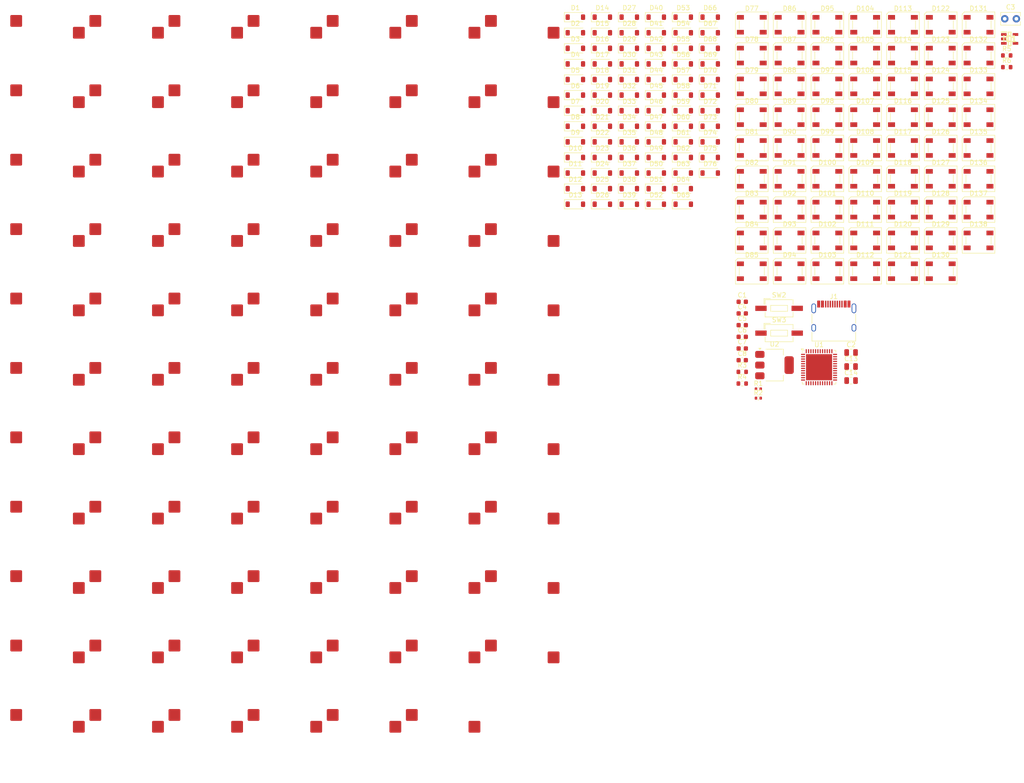
<source format=kicad_pcb>
(kicad_pcb (version 20241229) (generator "pcbnew") (generator_version "9.0")
  (layers (0 "F.Cu" signal) (2 "B.Cu" signal) (13 "F.Paste" user) (15 "B.Paste" user) (5 "F.SilkS" user "F.Silkscreen") (7 "B.SilkS" user "B.Silkscreen") (1 "F.Mask" user) (3 "B.Mask" user) (25 "Edge.Cuts" user))
  (net 0 "")
  (net 1 "GND")
  (net 2 "Net-(U1-NRST)")
  (net 3 "Net-(U1-VCAP1)")
  (net 4 "VBUS")
  (net 5 "Net-(U1-VBAT)")
  (net 6 "+3V3")
  (net 7 "Net-(C5-Pad1)")
  (net 8 "Net-(C6-Pad1)")
  (net 9 "Net-(C7-Pad1)")
  (net 10 "Net-(U1-VDDA)")
  (net 11 "ROW0")
  (net 12 "Net-(D1-A)")
  (net 13 "ROW1")
  (net 14 "Net-(D2-A)")
  (net 15 "ROW2")
  (net 16 "Net-(D3-A)")
  (net 17 "ROW3")
  (net 18 "Net-(D4-A)")
  (net 19 "ROW4")
  (net 20 "Net-(D5-A)")
  (net 21 "ROW5")
  (net 22 "Net-(D6-A)")
  (net 23 "Net-(D7-A)")
  (net 24 "Net-(D8-A)")
  (net 25 "Net-(D9-A)")
  (net 26 "Net-(D10-A)")
  (net 27 "Net-(D11-A)")
  (net 28 "Net-(D12-A)")
  (net 29 "Net-(D13-A)")
  (net 30 "Net-(D14-A)")
  (net 31 "Net-(D15-A)")
  (net 32 "Net-(D16-A)")
  (net 33 "Net-(D17-A)")
  (net 34 "Net-(D18-A)")
  (net 35 "Net-(D19-A)")
  (net 36 "Net-(D20-A)")
  (net 37 "Net-(D21-A)")
  (net 38 "Net-(D22-A)")
  (net 39 "Net-(D23-A)")
  (net 40 "Net-(D24-A)")
  (net 41 "Net-(D25-A)")
  (net 42 "Net-(D26-A)")
  (net 43 "Net-(D27-A)")
  (net 44 "Net-(D28-A)")
  (net 45 "Net-(D29-A)")
  (net 46 "Net-(D30-A)")
  (net 47 "Net-(D31-A)")
  (net 48 "Net-(D32-A)")
  (net 49 "Net-(D33-A)")
  (net 50 "Net-(D34-A)")
  (net 51 "Net-(D35-A)")
  (net 52 "Net-(D36-A)")
  (net 53 "Net-(D37-A)")
  (net 54 "Net-(D38-A)")
  (net 55 "Net-(D39-A)")
  (net 56 "Net-(D40-A)")
  (net 57 "Net-(D41-A)")
  (net 58 "Net-(D42-A)")
  (net 59 "Net-(D43-A)")
  (net 60 "Net-(D44-A)")
  (net 61 "Net-(D45-A)")
  (net 62 "Net-(D46-A)")
  (net 63 "Net-(D47-A)")
  (net 64 "Net-(D48-A)")
  (net 65 "Net-(D49-A)")
  (net 66 "Net-(D50-A)")
  (net 67 "Net-(D51-A)")
  (net 68 "Net-(D52-A)")
  (net 69 "Net-(D53-A)")
  (net 70 "Net-(D54-A)")
  (net 71 "Net-(D55-A)")
  (net 72 "Net-(D56-A)")
  (net 73 "Net-(D57-A)")
  (net 74 "Net-(D58-A)")
  (net 75 "Net-(D59-A)")
  (net 76 "Net-(D60-A)")
  (net 77 "Net-(D61-A)")
  (net 78 "Net-(D62-A)")
  (net 79 "Net-(D63-A)")
  (net 80 "Net-(D64-A)")
  (net 81 "Net-(D65-A)")
  (net 82 "Net-(D66-A)")
  (net 83 "Net-(D67-A)")
  (net 84 "Net-(D68-A)")
  (net 85 "Net-(D69-A)")
  (net 86 "Net-(D70-A)")
  (net 87 "Net-(D71-A)")
  (net 88 "Net-(D72-A)")
  (net 89 "Net-(D73-A)")
  (net 90 "Net-(D74-A)")
  (net 91 "Net-(D75-A)")
  (net 92 "Net-(D76-A)")
  (net 93 "Net-(D77-DOUT)")
  (net 94 "Net-(D77-DIN)")
  (net 95 "Net-(D78-DIN)")
  (net 96 "Net-(D78-DOUT)")
  (net 97 "Net-(D79-DOUT)")
  (net 98 "Net-(D80-DIN)")
  (net 99 "Net-(D80-DOUT)")
  (net 100 "Net-(D81-DOUT)")
  (net 101 "Net-(D82-DOUT)")
  (net 102 "Net-(D82-DIN)")
  (net 103 "Net-(D83-DOUT)")
  (net 104 "Net-(D84-DOUT)")
  (net 105 "Net-(D85-DIN)")
  (net 106 "Net-(D86-DOUT)")
  (net 107 "Net-(D87-DIN)")
  (net 108 "Net-(D88-DOUT)")
  (net 109 "Net-(D89-DIN)")
  (net 111 "Net-(D91-DOUT)")
  (net 112 "Net-(D92-DIN)")
  (net 113 "Net-(D93-DOUT)")
  (net 114 "Net-(D100-DOUT)")
  (net 115 "Net-(D101-DIN)")
  (net 116 "Net-(D102-DOUT)")
  (net 117 "Net-(D103-DIN)")
  (net 118 "Net-(D104-DOUT)")
  (net 119 "Net-(D105-DIN)")
  (net 120 "Net-(D100-DIN)")
  (net 121 "Net-(D101-DOUT)")
  (net 122 "Net-(D102-DIN)")
  (net 123 "Net-(D103-DOUT)")
  (net 124 "Net-(D104-DIN)")
  (net 125 "Net-(D105-DOUT)")
  (net 126 "Net-(D106-DIN)")
  (net 127 "Net-(D107-DOUT)")
  (net 128 "Net-(D108-DIN)")
  (net 129 "Net-(D109-DOUT)")
  (net 130 "Net-(D110-DIN)")
  (net 131 "Net-(D111-DOUT)")
  (net 132 "Net-(D112-DIN)")
  (net 133 "Net-(D113-DOUT)")
  (net 134 "Net-(D114-DIN)")
  (net 135 "Net-(D115-DOUT)")
  (net 136 "Net-(D116-DIN)")
  (net 137 "Net-(D117-DOUT)")
  (net 138 "Net-(D118-DIN)")
  (net 139 "Net-(D119-DOUT)")
  (net 140 "Net-(D120-DIN)")
  (net 141 "Net-(D121-DOUT)")
  (net 142 "Net-(D122-DIN)")
  (net 143 "Net-(D123-DOUT)")
  (net 144 "Net-(D124-DIN)")
  (net 145 "Net-(D125-DOUT)")
  (net 146 "Net-(D126-DIN)")
  (net 147 "Net-(D127-DOUT)")
  (net 148 "Net-(D128-DIN)")
  (net 149 "Net-(D129-DOUT)")
  (net 150 "Net-(D130-DIN)")
  (net 151 "Net-(D131-DOUT)")
  (net 152 "Net-(D132-DIN)")
  (net 153 "Net-(D133-DOUT)")
  (net 154 "Net-(D135-DOUT)")
  (net 155 "Net-(D137-DOUT)")
  (net 156 "Net-(IC1-A)")
  (net 157 "Net-(IC1-Y)")
  (net 158 "Net-(J1-CC2)")
  (net 159 "USB_D-")
  (net 160 "Net-(J1-CC1)")
  (net 161 "USB_D+")
  (net 162 "Net-(U1-BOOT0)")
  (net 163 "PA0")
  (net 164 "COL0")
  (net 165 "COL1")
  (net 166 "COL2")
  (net 167 "COL3")
  (net 168 "COL4")
  (net 169 "COL5")
  (net 170 "COL6")
  (net 171 "COL7")
  (net 172 "COL8")
  (net 173 "COL9")
  (net 174 "COL10")
  (net 175 "COL11")
  (net 176 "COL12")
  (net 177 "COL13")
  (footprint "Diode_SMD:D_SOD-123" (layer "F.Cu") (at 143.686 24.98)
    (property "Reference" "D4")
    (property "Value" "D")
  )
  (footprint "Diode_SMD:D_SOD-123" (layer "F.Cu") (at 166.866 45.08)
    (property "Reference" "D62")
    (property "Value" "D")
  )
  (footprint "JonasLib-Git:MX100H" (layer "F.Cu") (at 131.634 80.4725)
    (property "Reference" "SW73")
    (property "Value" "SW_Push")
  )
  (footprint "Diode_SMD:D_SOD-123" (layer "F.Cu") (at 143.686 48.43)
    (property "Reference" "D11")
    (property "Value" "D")
  )
  (footprint "Diode_SMD:D_SOD-123" (layer "F.Cu") (at 172.661 24.98)
    (property "Reference" "D69")
    (property "Value" "D")
  )
  (footprint "JonasLib-Git:MX100H" (layer "F.Cu") (at 131.634 95.386)
    (property "Reference" "SW74")
    (property "Value" "SW_Push")
  )
  (footprint "Diode_SMD:D_SOD-123" (layer "F.Cu") (at 172.661 18.28)
    (property "Reference" "D67")
    (property "Value" "D")
  )
  (footprint "JonasLib-Git:MX100H" (layer "F.Cu") (at 46.624 169.9535)
    (property "Reference" "SW24")
    (property "Value" "SW_Push")
  )
  (footprint "JonasLib-Git:MX100H" (layer "F.Cu") (at 63.626 20.8185)
    (property "Reference" "SW25")
    (property "Value" "SW_Push")
  )
  (footprint "Diode_SMD:D_SOD-123" (layer "F.Cu") (at 143.686 21.63)
    (property "Reference" "D3")
    (property "Value" "D")
  )
  (footprint "JonasLib-Git:MX100H" (layer "F.Cu") (at 29.622 140.1265)
    (property "Reference" "SW11")
    (property "Value" "SW_Push")
  )
  (footprint "Package_TO_SOT_SMD:SOT-223-3_TabPin2" (layer "F.Cu") (at 186.471 89.695)
    (property "Reference" "U2")
    (property "Value" "NCP1117-3.3_SOT223")
  )
  (footprint "LED_SMD:LED_SK6812_PLCC4_5.0x5.0mm_P3.2mm" (layer "F.Cu") (at 181.596 69.525)
    (property "Reference" "D85")
    (property "Value" "SK6812")
  )
  (footprint "LED_SMD:LED_SK6812_PLCC4_5.0x5.0mm_P3.2mm" (layer "F.Cu") (at 214.076 56.285)
    (property "Reference" "D119")
    (property "Value" "SK6812")
  )
  (footprint "JonasLib-Git:MX100H" (layer "F.Cu") (at 131.634 35.732)
    (property "Reference" "SW70")
    (property "Value" "SW_Push")
  )
  (footprint "LED_SMD:LED_SK6812_PLCC4_5.0x5.0mm_P3.2mm" (layer "F.Cu") (at 197.836 23.185)
    (property "Reference" "D96")
    (property "Value" "SK6812")
  )
  (footprint "LED_SMD:LED_SK6812_PLCC4_5.0x5.0mm_P3.2mm" (layer "F.Cu") (at 205.956 49.665)
    (property "Reference" "D109")
    (property "Value" "SK6812")
  )
  (footprint "Resistor_SMD:R_0603_1608Metric" (layer "F.Cu") (at 179.541 91.15)
    (property "Reference" "R3")
    (property "Value" "10k")
  )
  (footprint "JonasLib-Git:MX100H" (layer "F.Cu") (at 97.63 140.1265)
    (property "Reference" "SW55")
    (property "Value" "SW_Push")
  )
  (footprint "Diode_SMD:D_SOD-123" (layer "F.Cu") (at 172.661 31.68)
    (property "Reference" "D71")
    (property "Value" "D")
  )
  (footprint "Capacitor_SMD:C_0603_1608Metric" (layer "F.Cu") (at 179.541 88.64)
    (property "Reference" "C8")
    (property "Value" "100nF")
  )
  (footprint "JonasLib-Git:MX100H" (layer "F.Cu") (at 131.634 125.213)
    (property "Reference" "SW76")
    (property "Value" "SW_Push")
  )
  (footprint "Diode_SMD:D_SOD-123" (layer "F.Cu") (at 161.071 35.03)
    (property "Reference" "D46")
    (property "Value" "D")
  )
  (footprint "JonasLib-Git:MX100H" (layer "F.Cu") (at 131.634 50.6455)
    (property "Reference" "SW71")
    (property "Value" "SW_Push")
  )
  (footprint "JonasLib-Git:MX100H" (layer "F.Cu") (at 114.632 169.9535)
    (property "Reference" "SW68")
    (property "Value" "SW_Push")
  )
  (footprint "Diode_SMD:D_SOD-123" (layer "F.Cu") (at 143.686 45.08)
    (property "Reference" "D10")
    (property "Value" "D")
  )
  (footprint "JonasLib-Git:MX100H" (layer "F.Cu") (at 80.628 35.732)
    (property "Reference" "SW37")
    (property "Value" "SW_Push")
  )
  (footprint "JonasLib-Git:MX100H" (layer "F.Cu") (at 29.622 110.2995)
    (property "Reference" "SW9")
    (property "Value" "SW_Push")
  )
  (footprint "LED_SMD:LED_SK6812_PLCC4_5.0x5.0mm_P3.2mm" (layer "F.Cu") (at 197.836 56.285)
    (property "Reference" "D101")
    (property "Value" "SK6812")
  )
  (footprint "LED_SMD:LED_SK6812_PLCC4_5.0x5.0mm_P3.2mm" (layer "F.Cu") (at 181.596 23.185)
    (property "Reference" "D78")
    (property "Value" "SK6812")
  )
  (footprint "JonasLib-Git:MX100H" (layer "F.Cu") (at 29.622 35.732)
    (property "Reference" "SW4")
    (property "Value" "SW_Push")
  )
  (footprint "JonasLib-Git:MX100H" (layer "F.Cu") (at 46.624 50.6455)
    (property "Reference" "SW16")
    (property "Value" "SW_Push")
  )
  (footprint "LED_SMD:LED_SK6812_PLCC4_5.0x5.0mm_P3.2mm" (layer "F.Cu") (at 189.716 62.905)
    (property "Reference" "D93")
    (property "Value" "SK6812")
  )
  (footprint "Diode_SMD:D_SOD-123" (layer "F.Cu") (at 155.276 55.13)
    (property "Reference" "D39")
    (property "Value" "D")
  )
  (footprint "Diode_SMD:D_SOD-123" (layer "F.Cu") (at 143.686 31.68)
    (property "Reference" "D6")
    (property "Value" "D")
  )
  (footprint "JonasLib-Git:MX100H" (layer "F.Cu") (at 63.626 95.386)
    (property "Reference" "SW30")
    (property "Value" "SW_Push")
  )
  (footprint "LED_SMD:LED_SK6812_PLCC4_5.0x5.0mm_P3.2mm" (layer "F.Cu") (at 181.596 16.565)
    (property "Reference" "D77")
    (property "Value" "SK6812")
  )
  (footprint "JonasLib-Git:MX100H" (layer "F.Cu") (at 114.632 140.1265)
    (property "Reference" "SW66")
    (property "Value" "SW_Push")
  )
  (footprint "Diode_SMD:D_SOD-123" (layer "F.Cu") (at 155.276 51.78)
    (property "Reference" "D38")
    (property "Value" "D")
  )
  (footprint "LED_SMD:LED_SK6812_PLCC4_5.0x5.0mm_P3.2mm" (layer "F.Cu") (at 189.716 49.665)
    (property "Reference" "D91")
    (property "Value" "SK6812")
  )
  (footprint "JonasLib-Git:MX100H" (layer "F.Cu") (at 46.624 65.559)
    (property "Reference" "SW17")
    (property "Value" "SW_Push")
  )
  (footprint "Diode_SMD:D_SOD-123" (layer "F.Cu") (at 155.276 45.08)
    (property "Reference" "D36")
    (property "Value" "D")
  )
  (footprint "LED_SMD:LED_SK6812_PLCC4_5.0x5.0mm_P3.2mm" (layer "F.Cu") (at 181.596 36.425)
    (property "Reference" "D80")
    (property "Value" "SK6812")
  )
  (footprint "Diode_SMD:D_SOD-123" (layer "F.Cu") (at 149.481 41.73)
    (property "Reference" "D22")
    (property "Value" "D")
  )
  (footprint "Diode_SMD:D_SOD-123" (layer "F.Cu") (at 166.866 38.38)
    (property "Reference" "D60")
    (property "Value" "D")
  )
  (footprint "Diode_SMD:D_SOD-123" (layer "F.Cu") (at 149.481 38.38)
    (property "Reference" "D21")
    (property "Value" "D")
  )
  (footprint "JonasLib-Git:MX100H" (layer "F.Cu") (at 97.63 50.6455)
    (property "Reference" "SW49")
    (property "Value" "SW_Push")
  )
  (footprint "LED_SMD:LED_SK6812_PLCC4_5.0x5.0mm_P3.2mm" (layer "F.Cu") (at 189.716 43.045)
    (property "Reference" "D90")
    (property "Value" "SK6812")
  )
  (footprint "LED_SMD:LED_SK6812_PLCC4_5.0x5.0mm_P3.2mm" (layer "F.Cu") (at 214.076 49.665)
    (property "Reference" "D118")
    (property "Value" "SK6812")
  )
  (footprint "Diode_SMD:D_SOD-123" (layer "F.Cu") (at 155.276 18.28)
    (property "Reference" "D28")
    (property "Value" "D")
  )
  (footprint "Diode_SMD:D_SOD-123" (layer "F.Cu") (at 155.276 14.93)
    (property "Reference" "D27")
    (property "Value" "D")
  )
  (footprint "LED_SMD:LED_SK6812_PLCC4_5.0x5.0mm_P3.2mm" (layer "F.Cu") (at 189.716 29.805)
    (property "Reference" "D88")
    (property "Value" "SK6812")
  )
  (footprint "Diode_SMD:D_SOD-123" (layer "F.Cu") (at 172.661 48.43)
    (property "Reference" "D76")
    (property "Value" "D")
  )
  (footprint "Diode_SMD:D_SOD-123" (layer "F.Cu") (at 166.866 14.93)
    (property "Reference" "D53")
    (property "Value" "D")
  )
  (footprint "LED_SMD:LED_SK6812_PLCC4_5.0x5.0mm_P3.2mm" (layer "F.Cu") (at 189.716 69.525)
    (property "Reference" "D94")
    (property "Value" "SK6812")
  )
  (footprint "Resistor_SMD:R_0603_1608Metric" (layer "F.Cu") (at 236.381 25.67)
    (property "Reference" "R6")
    (property "Value" "470")
  )
  (footprint "JonasLib-Git:MX100H" (layer "F.Cu") (at 97.63 80.4725)
    (property "Reference" "SW51")
    (property "Value" "SW_Push")
  )
  (footprint "Diode_SMD:D_SOD-123" (layer "F.Cu") (at 166.866 41.73)
    (property "Reference" "D61")
    (property "Value" "D")
  )
  (footprint "JonasLib-Git:MX100H" (layer "F.Cu") (at 80.628 155.04)
    (property "Reference" "SW45")
    (property "Value" "SW_Push")
  )
  (footprint "LED_SMD:LED_SK6812_PLCC4_5.0x5.0mm_P3.2mm" (layer "F.Cu") (at 205.956 62.905)
    (property "Reference" "D111")
    (property "Value" "SK6812")
  )
  (footprint "Diode_SMD:D_SOD-123" (layer "F.Cu") (at 172.661 35.03)
    (property "Reference" "D72")
    (property "Value" "D")
  )
  (footprint "JonasLib-Git:MX100H" (layer "F.Cu") (at 114.632 35.732)
    (property "Reference" "SW59")
    (property "Value" "SW_Push")
  )
  (footprint "JonasLib-Git:MX100H" (layer "F.Cu") (at 80.628 110.2995)
    (property "Reference" "SW42")
    (property "Value" "SW_Push")
  )
  (footprint "Package_DFN_QFN:QFN-48-1EP_7x7mm_P0.5mm_EP5.6x5.6mm" (layer "F.Cu") (at 196.051 90.15)
    (property "Reference" "U1")
    (property "Value" "STM32F411CCUx")
  )
  (footprint "JonasLib-Git:MX100H" (layer "F.Cu") (at 97.63 110.2995)
    (property "Reference" "SW53")
    (property "Value" "SW_Push")
  )
  (footprint "JonasLib-Git:MX100H" (layer "F.Cu") (at 114.632 155.04)
    (property "Reference" "SW67")
    (property "Value" "SW_Push")
  )
  (footprint "LED_SMD:LED_SK6812_PLCC4_5.0x5.0mm_P3.2mm" (layer "F.Cu") (at 181.596 62.905)
    (property "Reference" "D84")
    (property "Value" "SK6812")
  )
  (footprint "Diode_SMD:D_SOD-123" (layer "F.Cu") (at 161.071 51.78)
    (property "Reference" "D51")
    (property "Value" "D")
  )
  (footprint "Diode_SMD:D_SOD-123" (layer "F.Cu") (at 143.686 51.78)
    (property "Reference" "D12")
    (property "Value" "D")
  )
  (footprint "LED_SMD:LED_SK6812_PLCC4_5.0x5.0mm_P3.2mm" (layer "F.Cu") (at 214.076 29.805)
    (property "Reference" "D115")
    (property "Value" "SK6812")
  )
  (footprint "Diode_SMD:D_SOD-123" (layer "F.Cu") (at 166.866 18.28)
    (property "Reference" "D54")
    (property "Value" "D")
  )
  (footprint "Capacitor_SMD:C_0603_1608Metric" (layer "F.Cu") (at 179.541 83.62)
    (property "Reference" "C6")
    (property "Value" "100nF")
  )
  (footprint "LED_SMD:LED_SK6812_PLCC4_5.0x5.0mm_P3.2mm" (layer "F.Cu") (at 222.196 69.525)
    (property "Reference" "D130")
    (property "Value" "SK6812")
  )
  (footprint "LED_SMD:LED_SK6812_PLCC4_5.0x5.0mm_P3.2mm" (layer "F.Cu") (at 189.716 23.185)
    (property "Reference" "D87")
    (property "Value" "SK6812")
  )
  (footprint "LED_SMD:LED_SK6812_PLCC4_5.0x5.0mm_P3.2mm" (layer "F.Cu") (at 181.596 49.665)
    (property "Reference" "D82")
    (property "Value" "SK6812")
  )
  (footprint "JonasLib-Git:MX100H" (layer "F.Cu") (at 131.634 140.1265)
    (property "Reference" "SW77")
    (property "Value" "SW_Push")
  )
  (footprint "JonasLib-Git:MX100H" (layer "F.Cu") (at 46.624 155.04)
    (property "Reference" "SW23")
    (property "Value" "SW_Push")
  )
  (footprint "Diode_SMD:D_SOD-123" (layer "F.Cu") (at 149.481 31.68)
    (property "Reference" "D19")
    (property "Value" "D")
  )
  (footprint "JonasLib-Git:MX100H" (layer "F.Cu") (at 97.63 125.213)
    (property "Reference" "SW54")
    (property "Value" "SW_Push")
  )
  (footprint "Diode_SMD:D_SOD-123" (layer "F.Cu") (at 161.071 31.68)
    (property "Reference" "D45")
    (property "Value" "D")
  )
  (footprint "LED_SMD:LED_SK6812_PLCC4_5.0x5.0mm_P3.2mm" (layer "F.Cu") (at 230.316 56.285)
    (property "Reference" "D137")
    (property "Value" "SK6812")
  )
  (footprint "JonasLib-Git:MX100H" (layer "F.Cu") (at 29.622 80.4725)
    (property "Reference" "SW7")
    (property "Value" "SW_Push")
  )
  (footprint "Resistor_SMD:R_0603_1608Metric" (layer "F.Cu") (at 236.381 23.16)
    (property "Reference" "R5")
    (property "Value" "100")
  )
  (footprint "JonasLib-Git:MX100H" (layer "F.Cu") (at 46.624 35.732)
    (property "Reference" "SW15")
    (property "Value" "SW_Push")
  )
  (footprint "Diode_SMD:D_SOD-123" (layer "F.Cu") (at 149.481 51.78)
    (property "Reference" "D25")
    (property "Value" "D")
  )
  (footprint "JonasLib-Git:MX100H" (layer "F.Cu") (at 97.63 169.9535)
    (property "Reference" "SW57")
    (property "Value" "SW_Push")
  )
  (footprint "LED_SMD:LED_SK6812_PLCC4_5.0x5.0mm_P3.2mm" (layer "F.Cu") (at 181.596 29.805)
    (property "Reference" "D79")
    (property "Value" "SK6812")
  )
  (footprint "Diode_SMD:D_SOD-123" (layer "F.Cu") (at 172.661 41.73)
    (property "Reference" "D74")
    (property "Value" "D")
  )
  (footprint "JonasLib-Git:MX100H" (layer "F.Cu") (at 63.626 50.6455)
    (property "Reference" "SW27")
    (property "Value" "SW_Push")
  )
  (footprint "JonasLib-Git:MX100H" (layer "F.Cu") (at 131.634 110.2995)
    (property "Reference" "SW75")
    (property "Value" "SW_Push")
  )
  (footprint "Diode_SMD:D_SOD-123" (layer "F.Cu") (at 172.661 28.33)
    (property "Reference" "D70")
    (property "Value" "D")
  )
  (footprint "Diode_SMD:D_SOD-123" (layer "F.Cu") (at 143.686 41.73)
    (property "Reference" "D9")
    (property "Value" "D")
  )
  (footprint "JonasLib-Git:MX100H" (layer "F.Cu") (at 97.63 20.8185)
    (property "Reference" "SW47")
    (property "Value" "SW_Push")
  )
  (footprint "LED_SMD:LED_SK6812_PLCC4_5.0x5.0mm_P3.2mm" (layer "F.Cu") (at 222.196 43.045)
    (property "Reference" "D126")
    (property "Value" "SK6812")
  )
  (footprint "Diode_SMD:D_SOD-123" (layer "F.Cu") (at 166.866 35.03)
    (property "Reference" "D59")
    (property "Value" "D")
  )
  (footprint "LED_SMD:LED_SK6812_PLCC4_5.0x5.0mm_P3.2mm" (layer "F.Cu") (at 230.316 43.045)
    (property "Reference" "D135")
    (property "Value" "SK6812")
  )
  (footprint "LED_SMD:LED_SK6812_PLCC4_5.0x5.0mm_P3.2mm" (layer "F.Cu") (at 205.956 29.805)
    (property "Reference" "D106")
    (property "Value" "SK6812")
  )
  (footprint "LED_SMD:LED_SK6812_PLCC4_5.0x5.0mm_P3.2mm" (layer "F.Cu") (at 205.956 16.565)
    (property "Reference" "D104")
    (property "Value" "SK6812")
  )
  (footprint "LED_SMD:LED_SK6812_PLCC4_5.0x5.0mm_P3.2mm" (layer "F.Cu") (at 222.196 56.285)
    (property "Reference" "D128")
    (property "Value" "SK6812")
  )
  (footprint "Diode_SMD:D_SOD-123" (layer "F.Cu") (at 172.661 38.38)
    (property "Reference" "D73")
    (property "Value" "D")
  )
  (footprint "Diode_SMD:D_SOD-123" (layer "F.Cu") (at 161.071 38.38)
    (property "Reference" "D47")
    (property "Value" "D")
  )
  (footprint "JonasLib-Git:MX100H" (layer "F.Cu") (at 46.624 20.8185)
    (property "Reference" "SW14")
    (property "Value" "SW_Push")
  )
  (footprint "JonasLib-Git:MX100H" (layer "F.Cu") (at 63.626 80.4725)
    (property "Reference" "SW29")
    (property "Value" "SW_Push")
  )
  (footprint "Diode_SMD:D_SOD-123" (layer "F.Cu") (at 149.481 18.28)
    (property "Reference" "D15")
    (property "Value" "D")
  )
  (footprint "JonasLib-Git:MX100H" (layer "F.Cu") (at 29.622 169.9535)
    (property "Reference" "SW13")
    (property "Value" "SW_Push")
  )
  (footprint "Diode_SMD:D_SOD-123" (layer "F.Cu") (at 161.071 14.93)
    (property "Reference" "D40")
    (property "Value" "D")
  )
  (footprint "JonasLib-Git:MX100H" (layer "F.Cu") (at 29.622 95.386)
    (property "Reference" "SW8")
    (property "Value" "SW_Push")
  )
  (footprint "JonasLib-Git:MX100H" (layer "F.Cu") (at 114.632 50.6455)
    (property "Reference" "SW60")
    (property "Value" "SW_Push")
  )
  (footprint "LED_SMD:LED_SK6812_PLCC4_5.0x5.0mm_P3.2mm" (layer "F.Cu") (at 197.836 16.565)
    (property "Reference" "D95")
    (property "Value" "SK6812")
  )
  (footprint "LED_SMD:LED_SK6812_PLCC4_5.0x5.0mm_P3.2mm" (layer "F.Cu") (at 230.316 23.185)
    (property "Reference" "D132")
    (property "Value" "SK6812")
  )
  (footprint "LED_SMD:LED_SK6812_PLCC4_5.0x5.0mm_P3.2mm" (layer "F.Cu") (at 222.196 23.185)
    (property "Reference" "D123")
    (property "Value" "SK6812")
  )
  (footprint "LED_SMD:LED_SK6812_PLCC4_5.0x5.0mm_P3.2mm" (layer "F.Cu") (at 205.956 36.425)
    (property "Reference" "D107")
    (property "Value" "SK6812")
  )
  (footprint "LED_SMD:LED_SK6812_PLCC4_5.0x5.0mm_P3.2mm" (layer "F.Cu") (at 189.716 36.425)
    (property "Reference" "D89")
    (property "Value" "SK6812")
  )
  (footprint "JonasLib-Git:MX100H" (layer "F.Cu") (at 46.624 80.4725)
    (property "Reference" "SW18")
    (property "Value" "SW_Push")
  )
  (footprint "Capacitor_SMD:C_0603_1608Metric" (layer "F.Cu") (at 179.541 78.6)
    (property "Reference" "C4")
    (property "Value" "100nF")
  )
  (footprint "JonasLib-Git:MX100H" (layer "F.Cu") (at 80.628 140.1265)
    (property "Reference" "SW44")
    (property "Value" "SW_Push")
  )
  (footprint "JonasLib-Git:MX100H" (layer "F.Cu") (at 29.622 50.6455)
    (property "Reference" "SW5")
    (property "Value" "SW_Push")
  )
  (footprint "Capacitor_SMD:C_0603_1608Metric" (layer "F.Cu") (at 179.541 86.13)
    (property "Reference" "C7")
    (property "Value" "100nF")
  )
  (footprint "LED_SMD:LED_SK6812_PLCC4_5.0x5.0mm_P3.2mm" (layer "F.Cu") (at 197.836 43.045)
    (property "Reference" "D99")
    (property "Value" "SK6812")
  )
  (footprint "LED_SMD:LED_SK6812_PLCC4_5.0x5.0mm_P3.2mm" (layer "F.Cu") (at 222.196 36.425)
    (property "Reference" "D125")
    (property "Value" "SK6812")
  )
  (footprint "Diode_SMD:D_SOD-123" (layer "F.Cu") (at 143.686 35.03)
    (property "Reference" "D7")
    (property "Value" "D")
  )
  (footprint "Diode_SMD:D_SOD-123" (layer "F.Cu") (at 149.481 48.43)
    (property "Reference" "D24")
    (property "Value" "D")
  )
  (footprint "LED_SMD:LED_SK6812_PLCC4_5.0x5.0mm_P3.2mm" (layer "F.Cu") (at 197.836 49.665)
    (property "Reference" "D100")
    (property "Value" "SK6812")
  )
  (footprint "LED_SMD:LED_SK6812_PLCC4_5.0x5.0mm_P3.2mm" (layer "F.Cu") (at 214.076 62.905)
    (property "Reference" "D120")
    (property "Value" "SK6812")
  )
  (footprint "LED_SMD:LED_SK6812_PLCC4_5.0x5.0mm_P3.2mm" (layer "F.Cu") (at 214.076 69.525)
    (property "Reference" "D121")
    (property "Value" "SK6812")
  )
  (footprint "Diode_SMD:D_SOD-123" (layer "F.Cu") (at 143.686 38.38)
    (property "Reference" "D8")
    (property "Value" "D")
  )
  (footprint "Diode_SMD:D_SOD-123" (layer "F.Cu") (at 155.276 41.73)
    (property "Reference" "D35")
    (property "Value" "D")
  )
  (footprint "Diode_SMD:D_SOD-123" (layer "F.Cu") (at 149.481 28.33)
    (property "Reference" "D18")
    (property "Value" "D")
  )
  (footprint "Diode_SMD:D_SOD-123" (layer "F.Cu") (at 161.071 24.98)
    (property "Reference" "D43")
    (property "Value" "D")
  )
  (footprint "JonasLib-Git:MX100H" (layer "F.Cu") (at 114.632 125.213)
    (property "Reference" "SW65")
    (property "Value" "SW_Push")
  )
  (footprint "Resistor_SMD:R_0603_1608Metric" (layer "F.Cu") (at 179.541 93.66)
    (property "Reference" "R4")
    (property "Value" "10k")
  )
  (footprint "Capacitor_THT:C_Rect_L4.0mm_W2.5mm_P2.50mm" (layer "F.Cu") (at 235.951 15.28)
    (property "Reference" "C3")
    (property "Value" "1000uF")
  )
  (footprint "JonasLib-Git:MX100H" (layer "F.Cu") (at 131.634 20.8185)
    (property "Reference" "SW69")
    (property "Value" "SW_Push")
  )
  (footprint "JonasLib-Git:MX100H" (layer "F.Cu") (at 97.63 95.386)
    (property "Reference" "SW52")
    (property "Value" "SW_Push")
  )
  (footprint "Diode_SMD:D_SOD-123" (layer "F.Cu") (at 149.481 55.13)
    (property "Reference" "D26")
    (property "Value" "D")
  )
  (footprint "Diode_SMD:D_SOD-123" (layer "F.Cu") (at 161.071 45.08)
    (property "Reference" "D49")
    (property "Value" "D")
  )
  (footprint "Diode_SMD:D_SOD-123" (layer "F.Cu") (at 143.686 28.33)
    (property "Reference" "D5")
    (property "Value" "D")
  )
  (footprint "JonasLib-Git:MX100H" (layer "F.Cu") (at 80.628 80.4725)
    (property "Reference" "SW40")
    (property "Value" "SW_Push")
  )
  (footprint "LED_SMD:LED_SK6812_PLCC4_5.0x5.0mm_P3.2mm" (layer "F.Cu") (at 214.076 23.185)
    (property "Reference" "D114")
    (property "Value" "SK6812")
  )
  (footprint "LED_SMD:LED_SK6812_PLCC4_5.0x5.0mm_P3.2mm" (layer "F.Cu") (at 222.196 62.905)
    (property "Reference" "D129")
    (property "Value" "SK6812")
  )
  (footprint "Resistor_SMD:R_0402_1005Metric" (layer "F.Cu") (at 183.001 94.81)
    (property "Reference" "R1")
    (property "Value" "5.1 K")
  )
  (footprint "JonasLib-Git:MX100H" (layer "F.Cu") (at 114.632 80.4725)
    (property "Reference" "SW62")
    (property "Value" "SW_Push")
  )
  (footprint "Diode_SMD:D_SOD-123" (layer "F.Cu") (at 155.276 48.43)
    (property "Reference" "D37")
    (property "Value" "D")
  )
  (footprint "Diode_SMD:D_SOD-123" (layer "F.Cu") (at 149.481 35.03)
    (property "Reference" "D20")
    (property "Value" "D")
  )
  (footprint "LED_SMD:LED_SK6812_PLCC4_5.0x5.0mm_P3.2mm" (layer "F.Cu") (at 197.836 36.425)
    (property "Reference" "D98")
    (property "Value" "SK6812")
  )
  (footprint "JonasLib-Git:MX100H" (layer "F.Cu") (at 63.626 65.559)
    (property "Reference" "SW28")
    (property "Value" "SW_Push")
  )
  (footprint "LED_SMD:LED_SK6812_PLCC4_5.0x5.0mm_P3.2mm" (layer "F.Cu") (at 205.956 69.525)
    (property "Reference" "D112")
    (property "Value" "SK6812")
  )
  (footprint "LED_SMD:LED_SK6812_PLCC4_5.0x5.0mm_P3.2mm" (layer "F.Cu") (at 230.316 49.665)
    (property "Reference" "D136")
    (property "Value" "SK6812")
  )
  (footprint "JonasLib-Git:MX100H" (layer "F.Cu") (at 46.624 125.213)
    (property "Reference" "SW21")
    (property "Value" "SW_Push")
  )
  (footprint "Diode_SMD:D_SOD-123" (layer "F.Cu") (at 155.276 38.38)
    (property "Reference" "D34")
    (property "Value" "D")
  )
  (footprint "JonasLib-Git:MX100H" (layer "F.Cu") (at 80.628 50.6455)
    (property "Reference" "SW38")
    (property "Value" "SW_Push")
  )
  (footprint "Diode_SMD:D_SOD-123" (layer "F.Cu") (at 149.481 21.63)
    (property "Reference" "D16")
    (property "Value" "D")
  )
  (footprint "Diode_SMD:D_SOD-123" (layer "F.Cu") (at 155.276 31.68)
    (property "Reference" "D32")
    (property "Value" "D")
  )
  (footprint "JonasLib-Git:MX100H" (layer "F.Cu") (at 63.626 140.1265)
    (property "Reference" "SW33")
    (property "Value" "SW_Push")
  )
  (footprint "Diode_SMD:D_SOD-123" (layer "F.Cu") (at 149.481 45.08)
    (property "Reference" "D23")
    (property "Value" "D")
  )
  (footprint "LED_SMD:LED_SK6812_PLCC4_5.0x5.0mm_P3.2mm" (layer "F.Cu") (at 214.076 16.565)
    (property "Reference" "D113")
    (property "Value" "SK6812")
  )
  (footprint "JonasLib-Git:MX100H" (layer "F.Cu") (at 80.628 65.559)
    (property "Reference" "SW39")
    (property "Value" "SW_Push")
  )
  (footprint "LED_SMD:LED_SK6812_PLCC4_5.0x5.0mm_P3.2mm" (layer "F.Cu") (at 197.836 69.525)
    (property "Reference" "D103")
    (property "Value" "SK6812")
  )
  (footprint "LED_SMD:LED_SK6812_PLCC4_5.0x5.0mm_P3.2mm" (layer "F.Cu") (at 222.196 49.665)
    (property "Reference" "D127")
    (property "Value" "SK6812")
  )
  (footprint "JonasLib-Git:MX100H" (layer "F.Cu") (at 80.628 20.8185)
    (property "Reference" "SW36")
    (property "Value" "SW_Push")
  )
  (footprint "JonasLib-Git:MX100H" (layer "F.Cu") (at 80.628 169.9535)
    (property "Reference" "SW46")
    (property "Value" "SW_Push")
  )
  (footprint "JonasLib-Git:MX100H" (layer "F.Cu") (at 114.632 20.8185)
    (property "Reference" "SW58")
    (property "Value" "SW_Push")
  )
  (footprint "JonasLib-Git:MX100H" (layer "F.Cu") (at 29.622 20.8185)
    (property "Reference" "SW1")
    (property "Value" "SW_Push")
  )
  (footprint "Capacitor_SMD:C_0603_1608Metric" (layer "F.Cu") (at 179.541 76.09)
    (property "Reference" "C1")
    (property "Value" "100nF")
  )
  (footprint "Diode_SMD:D_SOD-123" (layer "F.Cu") (at 166.866 51.78)
    (property "Reference" "D64")
    (property "Value" "D")
  )
  (footprint "LED_SMD:LED_SK6812_PLCC4_5.0x5.0mm_P3.2mm" (layer "F.Cu") (at 205.956 56.285)
    (property "Reference" "D110")
    (property "Value" "SK6812")
  )
  (footprint "JonasLib-Git:MX100H" (layer "F.Cu") (at 46.624 110.2995)
    (property "Reference" "SW20")
    (property "Value" "SW_Push")
  )
  (footprint "LED_SMD:LED_SK6812_PLCC4_5.0x5.0mm_P3.2mm" (layer "F.Cu") (at 205.956 23.185)
    (property "Reference" "D105")
    (property "Value" "SK6812")
  )
  (footprint "LED_SMD:LED_SK6812_PLCC4_5.0x5.0mm_P3.2mm" (layer "F.Cu") (at 230.316 29.805)
    (property "Reference" "D133")
    (property "Value" "SK6812")
  )
  (footprint "Diode_SMD:D_SOD-123" (layer "F.Cu") (at 161.071 28.33)
    (property "Reference" "D44")
    (property "Value" "D")
  )
  (footprint "JonasLib-Git:MX100H" (layer "F.Cu") (at 46.624 140.1265)
    (property "Reference" "SW22")
    (property "Value" "SW_Push")
  )
  (footprint "Diode_SMD:D_SOD-123" (layer "F.Cu") (at 161.071 55.13)
    (property "Reference" "D52")
    (property "Value" "D")
  )
  (footprint "LED_SMD:LED_SK6812_PLCC4_5.0x5.0mm_P3.2mm" (layer "F.Cu") (at 230.316 16.565)
    (property "Reference" "D131")
    (property "Value" "SK6812")
  )
  (footprint "Connector_USB:USB_C_Receptacle_HRO_TYPE-C-31-M-12" (layer "F.Cu") (at 199.221 80.63)
    (property "Reference" "J1")
    (property "Value" "USB_C_Receptacle_USB2.0_14P")
  )
  (footprint "JonasLib-Git:SOT95P280X145-5N" (layer "F.Cu") (at 237.001 19.605)
    (property "Reference" "IC1")
    (property "Value" "74AHCT1G125DBVRG4" (hide yes))
  )
  (footprint "Diode_SMD:D_SOD-123" (layer "F.Cu") (at 161.071 48.43)
    (property "Reference" "D50")
    (property "Value" "D")
  )
  (footprint "LED_SMD:LED_SK6812_PLCC4_5.0x5.0mm_P3.2mm" (layer "F.Cu") (at 205.956 43.045)
    (property "Reference" "D108")
    (property "Value" "SK6812")
  )
  (footprint "Diode_SMD:D_SOD-123" (layer "F.Cu") (at 172.661 21.63)
    (property "Reference" "D68")
    (property "Value" "D")
  )
  (footprint "Diode_SMD:D_SOD-123" (layer "F.Cu") (at 166.866 55.13)
    (property "Reference" "D65")
    (property "Value" "D")
  )
  (footprint "Diode_SMD:D_SOD-123" (layer "F.Cu") (at 161.071 41.73)
    (property "Reference" "D48")
    (property "Value" "D")
  )
  (footprint "JonasLib-Git:MX100H" (layer "F.Cu") (at 97.63 35.732)
    (property "Reference" "SW48")
    (property "Value" "SW_Push")
  )
  (footprint "LED_SMD:LED_SK6812_PLCC4_5.0x5.0mm_P3.2mm" (layer "F.Cu") (at 214.076 36.425)
    (property "Reference" "D116")
    (property "Value" "SK6812")
  )
  (footprint "Diode_SMD:D_SOD-123" (layer "F.Cu") (at 166.866 21.63)
    (property "Reference" "D55")
    (property "Value" "D")
  )
  (footprint "JonasLib-Git:MX100H" (layer "F.Cu") (at 29.622 155.04)
    (property "Reference" "SW12")
    (property "Value" "SW_Push")
  )
  (footprint "Diode_SMD:D_SOD-123" (layer "F.Cu") (at 143.686 18.28)
    (property "Reference" "D2")
    (property "Value" "D")
  )
  (footprint "LED_SMD:LED_SK6812_PLCC4_5.0x5.0mm_P3.2mm" (layer "F.Cu") (at 230.316 62.905)
    (property "Reference" "D138")
    (property "Value" "SK6812")
  )
  (footprint "JonasLib-Git:MX100H" (layer "F.Cu") (at 63.626 110.2995)
    (property "Reference" "SW31")
    (property "Value" "SW_Push")
  )
  (footprint "JonasLib-Git:MX100H" (layer "F.Cu") (at 29.622 125.213)
    (property "Reference" "SW10")
    (property "Value" "SW_Push")
  )
  (footprint "JonasLib-Git:MX100H" (layer "F.Cu") (at 63.626 125.213)
    (property "Reference" "SW32")
    (property "Value" "SW_Push")
  )
  (footprint "Diode_SMD:D_SOD-123" (layer "F.Cu") (at 143.686 55.13)
    (property "Reference" "D13")
    (property "Value" "D")
  )
  (footprint "Diode_SMD:D_SOD-123" (layer "F.Cu") (at 155.276 28.33)
    (property "Reference" "D31")
    (property "Value" "D")
  )
  (footprint "Diode_SMD:D_SOD-123" (layer "F.Cu") (at 172.661 14.93)
    (property "Reference" "D66")
    (property "Value" "D")
  )
  (footprint "JonasLib-Git:MX100H" (layer "F.Cu") (at 131.634 155.04)
    (property "Reference" "SW78")
    (property "Value" "SW_Push")
  )
  (footprint "LED_SMD:LED_SK6812_PLCC4_5.0x5.0mm_P3.2mm" (layer "F.Cu") (at 181.596 56.285)
    (property "Reference" "D83")
    (property "Value" "SK6812")
  )
  (footprint "Resistor_SMD:R_0402_1005Metric" (layer "F.Cu") (at 183.001 96.8)
    (property "Reference" "R2")
    (property "Value" "5.1 K")
  )
  (footprint "LED_SMD:LED_SK6812_PLCC4_5.0x5.0mm_P3.2mm" (layer "F.Cu") (at 214.076 43.045)
    (property "Reference" "D117")
    (property "Value" "SK6812")
  )
  (footprint "LED_SMD:LED_SK6812_PLCC4_5.0x5.0mm_P3.2mm" (layer "F.Cu") (at 189.716 16.565)
    (property "Reference" "D86")
    (property "Value" "SK6812")
  )
  (footprint "JonasLib-Git:MX100H" (layer "F.Cu") (at 80.628 125.213)
    (property "Reference" "SW43")
    (property "Value" "SW_Push")
  )
  (footprint "JonasLib-Git:MX100H" (layer "F.Cu") (at 63.626 169.9535)
    (property "Reference" "SW35")
    (property "Value" "SW_Push")
  )
  (footprint "Diode_SMD:D_SOD-123" (layer "F.Cu") (at 155.276 35.03)
    (property "Reference" "D33")
    (property "Value" "D")
  )
  (footprint "JonasLib-Git:MX100H" (layer "F.Cu") (at 97.63 155.04)
    (property "Reference" "SW56")
    (property "Value" "SW_Push")
  )
  (footprint "LED_SMD:LED_SK6812_PLCC4_5.0x5.0mm_P3.2mm" (layer "F.Cu") (at 222.196 16.565)
    (property "Reference" "D122")
    (property "Value" "SK6812")
  )
  (footprint "Diode_SMD:D_SOD-123" (layer "F.Cu") (at 172.661 45.08)
    (property "Reference" "D75")
    (property "Value" "D")
  )
  (footprint "LED_SMD:LED_SK6812_PLCC4_5.0x5.0mm_P3.2mm" (layer "F.Cu") (at 197.836 29.805)
    (property "Reference" "D97")
    (property "Value" "SK6812")
  )
  (footprint "JonasLib-Git:smd_switch_sunrom4388" (layer "F.Cu") (at 187.461 77.5)
    (property "Reference" "SW2")
    (property "Value" "SW_Push")
  )
  (footprint "LED_SMD:LED_SK6812_PLCC4_5.0x5.0mm_P3.2mm" (layer "F.Cu") (at 181.596 43.045)
    (property "Reference" "D81")
    (property "Value" "SK6812")
  )
  (footprint "Diode_SMD:D_SOD-123" (layer "F.Cu") (at 161.071 21.63)
    (property "Reference" "D42")
    (property "Value" "D")
  )
  (footprint "LED_SMD:LED_SK6812_PLCC4_5.0x5.0mm_P3.2mm" (layer "F.Cu") (at 197.836 62.905)
    (property "Reference" "D102")
    (property "Value" "SK6812")
  )
  (footprint "Diode_SMD:D_SOD-123" (layer "F.Cu") (at 161.071 18.28)
    (property "Reference" "D41")
    (property "Value" "D")
  )
  (footprint "Diode_SMD:D_SOD-123" (layer "F.Cu") (at 155.276 24.98)
    (property "Reference" "D30")
    (property "Value" "D")
  )
  (footprint "Diode_SMD:D_SOD-123" (layer "F.Cu") (at 149.481 14.93)
    (property "Reference" "D14")
    (property "Value" "D")
  )
  (footprint "Diode_SMD:D_SOD-123" (layer "F.Cu") (at 166.866 48.43)
    (property "Reference" "D63")
    (property "Value" "D")
  )
  (footprint "Capacitor_SMD:C_0603_1608Metric" (layer "F.Cu") (at 179.541 81.11)
    (property "Reference" "C5")
    (property "Value" "100nF")
  )
  (footprint "JonasLib-Git:MX100H" (layer "F.Cu") (at 114.632 95.386)
    (property "Reference" "SW63")
    (property "Value" "SW_Push")
  )
  (footprint "JonasLib-Git:MX100H" (layer "F.Cu") (at 80.628 95.386)
    (property "Reference" "SW41")
    (property "Value" "SW_Push")
  )
  (footprint "Diode_SMD:D_SOD-123" (layer "F.Cu") (at 149.481 24.98)
    (property "Reference" "D17")
    (property "Value" "D")
  )
  (footprint "Diode_SMD:D_SOD-123" (layer "F.Cu") (at 155.276 21.63)
    (property "Reference" "D29")
    (property "Value" "D")
  )
  (footprint "JonasLib-Git:MX100H" (layer "F.Cu") (at 114.632 110.2995)
    (property "Reference" "SW64")
    (property "Value" "SW_Push")
  )
  (footprint "JonasLib-Git:MX100H" (layer "F.Cu") (at 29.622 65.559)
    (property "Reference" "SW6")
    (property "Value" "SW_Push")
  )
  (footprint "Diode_SMD:D_SOD-123" (layer "F.Cu") (at 166.866 24.98)
    (property "Reference" "D56")
    (property "Value" "D")
  )
  (footprint "JonasLib-Git:MX100H" (layer "F.Cu") (at 131.634 65.559)
    (property "Reference" "SW72")
    (property "Value" "SW_Push")
  )
  (footprint "JonasLib-Git:MX100H" (layer "F.Cu") (at 97.63 65.559)
    (property "Reference" "SW50")
    (property "Value" "SW_Push")
  )
  (footprint "JonasLib-Git:MX100H" (layer "F.Cu") (at 46.624 95.386)
    (property "Reference" "SW19")
    (property "Value" "SW_Push")
  )
  (footprint "Capacitor_SMD:C_0805_2012Metric" (layer "F.Cu") (at 202.931 87)
    (property "Reference" "C2")
    (property "Value" "4.7uF")
  )
  (footprint "LED_SMD:LED_SK6812_PLCC4_5.0x5.0mm_P3.2mm" (layer "F.Cu") (at 189.716 56.285)
    (property "Reference" "D92")
    (property "Value" "SK6812")
  )
  (footprint "JonasLib-Git:MX100H" (layer "F.Cu") (at 63.626 35.732)
    (property "Reference" "SW26")
    (property "Value" "SW_Push")
  )
  (footprint "JonasLib-Git:MX100H" (layer "F.Cu") (at 114.632 65.559)
    (property "Reference" "SW61")
    (property "Value" "SW_Push")
  )
  (footprint "Capacitor_SMD:C_0805_2012Metric" (layer "F.Cu") (at 202.931 90.01)
    (property "Reference" "C13")
    (property "Value" "10 uF")
  )
  (footprint "LED_SMD:LED_SK6812_PLCC4_5.0x5.0mm_P3.2mm" (layer "F.Cu") (at 230.316 36.425)
    (property "Reference" "D134")
    (property "Value" "SK6812")
  )
  (footprint "LED_SMD:LED_SK6812_PLCC4_5.0x5.0mm_P3.2mm" (layer "F.Cu") (at 222.196 29.805)
    (property "Reference" "D124")
    (property "Value" "SK6812")
  )
  (footprint "JonasLib-Git:MX100H" (layer "F.Cu") (at 63.626 155.04)
    (property "Reference" "SW34")
    (property "Value" "SW_Push")
  )
  (footprint "JonasLib-Git:smd_switch_sunrom4388" (layer "F.Cu") (at 187.461 82.83)
    (property "Reference" "SW3")
    (property "Value" "SW_Push")
  )
  (footprint "Diode_SMD:D_SOD-123" (layer "F.Cu") (at 143.686 14.93)
    (property "Reference" "D1")
    (property "Value" "D")
  )
  (footprint "Capacitor_SMD:C_0805_2012Metric" (layer "F.Cu") (at 202.931 93.02)
    (property "Reference" "C14")
    (property "Value" "10 uF")
  )
  (footprint "Diode_SMD:D_SOD-123" (layer "F.Cu") (at 166.866 31.68)
    (property "Reference" "D58")
    (property "Value" "D")
  )
  (footprint "Diode_SMD:D_SOD-123" (layer "F.Cu") (at 166.866 28.33)
    (property "Reference" "D57")
    (property "Value" "D")
  )
)
</source>
